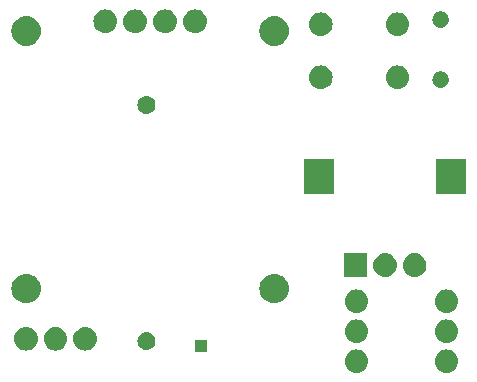
<source format=gbs>
%TF.GenerationSoftware,KiCad,Pcbnew,7.0.10*%
%TF.CreationDate,2024-03-16T13:48:46+09:00*%
%TF.ProjectId,damecan,64616d65-6361-46e2-9e6b-696361645f70,rev?*%
%TF.SameCoordinates,Original*%
%TF.FileFunction,Soldermask,Bot*%
%TF.FilePolarity,Negative*%
%FSLAX46Y46*%
G04 Gerber Fmt 4.6, Leading zero omitted, Abs format (unit mm)*
G04 Created by KiCad (PCBNEW 7.0.10) date 2024-03-16 13:48:46*
%MOMM*%
%LPD*%
G01*
G04 APERTURE LIST*
G04 APERTURE END LIST*
G36*
X186275090Y-97199215D02*
G01*
X186462683Y-97256120D01*
X186635570Y-97348530D01*
X186787107Y-97472893D01*
X186911470Y-97624430D01*
X187003880Y-97797317D01*
X187060785Y-97984910D01*
X187080000Y-98180000D01*
X187060785Y-98375090D01*
X187003880Y-98562683D01*
X186911470Y-98735570D01*
X186787107Y-98887107D01*
X186635570Y-99011470D01*
X186462683Y-99103880D01*
X186275090Y-99160785D01*
X186080000Y-99180000D01*
X185884910Y-99160785D01*
X185697317Y-99103880D01*
X185524430Y-99011470D01*
X185372893Y-98887107D01*
X185248530Y-98735570D01*
X185156120Y-98562683D01*
X185099215Y-98375090D01*
X185080000Y-98180000D01*
X185099215Y-97984910D01*
X185156120Y-97797317D01*
X185248530Y-97624430D01*
X185372893Y-97472893D01*
X185524430Y-97348530D01*
X185697317Y-97256120D01*
X185884910Y-97199215D01*
X186080000Y-97180000D01*
X186275090Y-97199215D01*
G37*
G36*
X193895090Y-97199215D02*
G01*
X194082683Y-97256120D01*
X194255570Y-97348530D01*
X194407107Y-97472893D01*
X194531470Y-97624430D01*
X194623880Y-97797317D01*
X194680785Y-97984910D01*
X194700000Y-98180000D01*
X194680785Y-98375090D01*
X194623880Y-98562683D01*
X194531470Y-98735570D01*
X194407107Y-98887107D01*
X194255570Y-99011470D01*
X194082683Y-99103880D01*
X193895090Y-99160785D01*
X193700000Y-99180000D01*
X193504910Y-99160785D01*
X193317317Y-99103880D01*
X193144430Y-99011470D01*
X192992893Y-98887107D01*
X192868530Y-98735570D01*
X192776120Y-98562683D01*
X192719215Y-98375090D01*
X192700000Y-98180000D01*
X192719215Y-97984910D01*
X192776120Y-97797317D01*
X192868530Y-97624430D01*
X192992893Y-97472893D01*
X193144430Y-97348530D01*
X193317317Y-97256120D01*
X193504910Y-97199215D01*
X193700000Y-97180000D01*
X193895090Y-97199215D01*
G37*
G36*
X173400000Y-97400000D02*
G01*
X172400000Y-97400000D01*
X172400000Y-96400000D01*
X173400000Y-96400000D01*
X173400000Y-97400000D01*
G37*
G36*
X158295090Y-95319215D02*
G01*
X158482683Y-95376120D01*
X158655570Y-95468530D01*
X158807107Y-95592893D01*
X158931470Y-95744430D01*
X159023880Y-95917317D01*
X159080785Y-96104910D01*
X159100000Y-96300000D01*
X159080785Y-96495090D01*
X159023880Y-96682683D01*
X158931470Y-96855570D01*
X158807107Y-97007107D01*
X158655570Y-97131470D01*
X158482683Y-97223880D01*
X158295090Y-97280785D01*
X158100000Y-97300000D01*
X157904910Y-97280785D01*
X157717317Y-97223880D01*
X157544430Y-97131470D01*
X157392893Y-97007107D01*
X157268530Y-96855570D01*
X157176120Y-96682683D01*
X157119215Y-96495090D01*
X157100000Y-96300000D01*
X157119215Y-96104910D01*
X157176120Y-95917317D01*
X157268530Y-95744430D01*
X157392893Y-95592893D01*
X157544430Y-95468530D01*
X157717317Y-95376120D01*
X157904910Y-95319215D01*
X158100000Y-95300000D01*
X158295090Y-95319215D01*
G37*
G36*
X160795090Y-95319215D02*
G01*
X160982683Y-95376120D01*
X161155570Y-95468530D01*
X161307107Y-95592893D01*
X161431470Y-95744430D01*
X161523880Y-95917317D01*
X161580785Y-96104910D01*
X161600000Y-96300000D01*
X161580785Y-96495090D01*
X161523880Y-96682683D01*
X161431470Y-96855570D01*
X161307107Y-97007107D01*
X161155570Y-97131470D01*
X160982683Y-97223880D01*
X160795090Y-97280785D01*
X160600000Y-97300000D01*
X160404910Y-97280785D01*
X160217317Y-97223880D01*
X160044430Y-97131470D01*
X159892893Y-97007107D01*
X159768530Y-96855570D01*
X159676120Y-96682683D01*
X159619215Y-96495090D01*
X159600000Y-96300000D01*
X159619215Y-96104910D01*
X159676120Y-95917317D01*
X159768530Y-95744430D01*
X159892893Y-95592893D01*
X160044430Y-95468530D01*
X160217317Y-95376120D01*
X160404910Y-95319215D01*
X160600000Y-95300000D01*
X160795090Y-95319215D01*
G37*
G36*
X163295090Y-95319215D02*
G01*
X163482683Y-95376120D01*
X163655570Y-95468530D01*
X163807107Y-95592893D01*
X163931470Y-95744430D01*
X164023880Y-95917317D01*
X164080785Y-96104910D01*
X164100000Y-96300000D01*
X164080785Y-96495090D01*
X164023880Y-96682683D01*
X163931470Y-96855570D01*
X163807107Y-97007107D01*
X163655570Y-97131470D01*
X163482683Y-97223880D01*
X163295090Y-97280785D01*
X163100000Y-97300000D01*
X162904910Y-97280785D01*
X162717317Y-97223880D01*
X162544430Y-97131470D01*
X162392893Y-97007107D01*
X162268530Y-96855570D01*
X162176120Y-96682683D01*
X162119215Y-96495090D01*
X162100000Y-96300000D01*
X162119215Y-96104910D01*
X162176120Y-95917317D01*
X162268530Y-95744430D01*
X162392893Y-95592893D01*
X162544430Y-95468530D01*
X162717317Y-95376120D01*
X162904910Y-95319215D01*
X163100000Y-95300000D01*
X163295090Y-95319215D01*
G37*
G36*
X168469561Y-95757105D02*
G01*
X168630619Y-95813462D01*
X168775099Y-95904244D01*
X168895756Y-96024901D01*
X168986538Y-96169381D01*
X169042895Y-96330439D01*
X169062000Y-96500000D01*
X169042895Y-96669561D01*
X168986538Y-96830619D01*
X168895756Y-96975099D01*
X168775099Y-97095756D01*
X168630619Y-97186538D01*
X168469561Y-97242895D01*
X168300000Y-97262000D01*
X168130439Y-97242895D01*
X167969381Y-97186538D01*
X167824901Y-97095756D01*
X167704244Y-96975099D01*
X167613462Y-96830619D01*
X167557105Y-96669561D01*
X167538000Y-96500000D01*
X167557105Y-96330439D01*
X167613462Y-96169381D01*
X167704244Y-96024901D01*
X167824901Y-95904244D01*
X167969381Y-95813462D01*
X168130439Y-95757105D01*
X168300000Y-95738000D01*
X168469561Y-95757105D01*
G37*
G36*
X186275090Y-94659215D02*
G01*
X186462683Y-94716120D01*
X186635570Y-94808530D01*
X186787107Y-94932893D01*
X186911470Y-95084430D01*
X187003880Y-95257317D01*
X187060785Y-95444910D01*
X187080000Y-95640000D01*
X187060785Y-95835090D01*
X187003880Y-96022683D01*
X186911470Y-96195570D01*
X186787107Y-96347107D01*
X186635570Y-96471470D01*
X186462683Y-96563880D01*
X186275090Y-96620785D01*
X186080000Y-96640000D01*
X185884910Y-96620785D01*
X185697317Y-96563880D01*
X185524430Y-96471470D01*
X185372893Y-96347107D01*
X185248530Y-96195570D01*
X185156120Y-96022683D01*
X185099215Y-95835090D01*
X185080000Y-95640000D01*
X185099215Y-95444910D01*
X185156120Y-95257317D01*
X185248530Y-95084430D01*
X185372893Y-94932893D01*
X185524430Y-94808530D01*
X185697317Y-94716120D01*
X185884910Y-94659215D01*
X186080000Y-94640000D01*
X186275090Y-94659215D01*
G37*
G36*
X193895090Y-94659215D02*
G01*
X194082683Y-94716120D01*
X194255570Y-94808530D01*
X194407107Y-94932893D01*
X194531470Y-95084430D01*
X194623880Y-95257317D01*
X194680785Y-95444910D01*
X194700000Y-95640000D01*
X194680785Y-95835090D01*
X194623880Y-96022683D01*
X194531470Y-96195570D01*
X194407107Y-96347107D01*
X194255570Y-96471470D01*
X194082683Y-96563880D01*
X193895090Y-96620785D01*
X193700000Y-96640000D01*
X193504910Y-96620785D01*
X193317317Y-96563880D01*
X193144430Y-96471470D01*
X192992893Y-96347107D01*
X192868530Y-96195570D01*
X192776120Y-96022683D01*
X192719215Y-95835090D01*
X192700000Y-95640000D01*
X192719215Y-95444910D01*
X192776120Y-95257317D01*
X192868530Y-95084430D01*
X192992893Y-94932893D01*
X193144430Y-94808530D01*
X193317317Y-94716120D01*
X193504910Y-94659215D01*
X193700000Y-94640000D01*
X193895090Y-94659215D01*
G37*
G36*
X186275090Y-92119215D02*
G01*
X186462683Y-92176120D01*
X186635570Y-92268530D01*
X186787107Y-92392893D01*
X186911470Y-92544430D01*
X187003880Y-92717317D01*
X187060785Y-92904910D01*
X187080000Y-93100000D01*
X187060785Y-93295090D01*
X187003880Y-93482683D01*
X186911470Y-93655570D01*
X186787107Y-93807107D01*
X186635570Y-93931470D01*
X186462683Y-94023880D01*
X186275090Y-94080785D01*
X186080000Y-94100000D01*
X185884910Y-94080785D01*
X185697317Y-94023880D01*
X185524430Y-93931470D01*
X185372893Y-93807107D01*
X185248530Y-93655570D01*
X185156120Y-93482683D01*
X185099215Y-93295090D01*
X185080000Y-93100000D01*
X185099215Y-92904910D01*
X185156120Y-92717317D01*
X185248530Y-92544430D01*
X185372893Y-92392893D01*
X185524430Y-92268530D01*
X185697317Y-92176120D01*
X185884910Y-92119215D01*
X186080000Y-92100000D01*
X186275090Y-92119215D01*
G37*
G36*
X193895090Y-92119215D02*
G01*
X194082683Y-92176120D01*
X194255570Y-92268530D01*
X194407107Y-92392893D01*
X194531470Y-92544430D01*
X194623880Y-92717317D01*
X194680785Y-92904910D01*
X194700000Y-93100000D01*
X194680785Y-93295090D01*
X194623880Y-93482683D01*
X194531470Y-93655570D01*
X194407107Y-93807107D01*
X194255570Y-93931470D01*
X194082683Y-94023880D01*
X193895090Y-94080785D01*
X193700000Y-94100000D01*
X193504910Y-94080785D01*
X193317317Y-94023880D01*
X193144430Y-93931470D01*
X192992893Y-93807107D01*
X192868530Y-93655570D01*
X192776120Y-93482683D01*
X192719215Y-93295090D01*
X192700000Y-93100000D01*
X192719215Y-92904910D01*
X192776120Y-92717317D01*
X192868530Y-92544430D01*
X192992893Y-92392893D01*
X193144430Y-92268530D01*
X193317317Y-92176120D01*
X193504910Y-92119215D01*
X193700000Y-92100000D01*
X193895090Y-92119215D01*
G37*
G36*
X158327060Y-90798990D02*
G01*
X158537525Y-90855384D01*
X158735000Y-90947468D01*
X158913485Y-91072444D01*
X159067556Y-91226515D01*
X159192532Y-91405000D01*
X159284616Y-91602475D01*
X159341010Y-91812940D01*
X159360000Y-92030000D01*
X159341010Y-92247060D01*
X159284616Y-92457525D01*
X159192532Y-92655000D01*
X159067556Y-92833485D01*
X158913485Y-92987556D01*
X158735000Y-93112532D01*
X158537525Y-93204616D01*
X158327060Y-93261010D01*
X158110000Y-93280000D01*
X157892940Y-93261010D01*
X157682475Y-93204616D01*
X157485000Y-93112532D01*
X157306515Y-92987556D01*
X157152444Y-92833485D01*
X157027468Y-92655000D01*
X156935384Y-92457525D01*
X156878990Y-92247060D01*
X156860000Y-92030000D01*
X156878990Y-91812940D01*
X156935384Y-91602475D01*
X157027468Y-91405000D01*
X157152444Y-91226515D01*
X157306515Y-91072444D01*
X157485000Y-90947468D01*
X157682475Y-90855384D01*
X157892940Y-90798990D01*
X158110000Y-90780000D01*
X158327060Y-90798990D01*
G37*
G36*
X179327060Y-90798990D02*
G01*
X179537525Y-90855384D01*
X179735000Y-90947468D01*
X179913485Y-91072444D01*
X180067556Y-91226515D01*
X180192532Y-91405000D01*
X180284616Y-91602475D01*
X180341010Y-91812940D01*
X180360000Y-92030000D01*
X180341010Y-92247060D01*
X180284616Y-92457525D01*
X180192532Y-92655000D01*
X180067556Y-92833485D01*
X179913485Y-92987556D01*
X179735000Y-93112532D01*
X179537525Y-93204616D01*
X179327060Y-93261010D01*
X179110000Y-93280000D01*
X178892940Y-93261010D01*
X178682475Y-93204616D01*
X178485000Y-93112532D01*
X178306515Y-92987556D01*
X178152444Y-92833485D01*
X178027468Y-92655000D01*
X177935384Y-92457525D01*
X177878990Y-92247060D01*
X177860000Y-92030000D01*
X177878990Y-91812940D01*
X177935384Y-91602475D01*
X178027468Y-91405000D01*
X178152444Y-91226515D01*
X178306515Y-91072444D01*
X178485000Y-90947468D01*
X178682475Y-90855384D01*
X178892940Y-90798990D01*
X179110000Y-90780000D01*
X179327060Y-90798990D01*
G37*
G36*
X187000000Y-91050000D02*
G01*
X185000000Y-91050000D01*
X185000000Y-89050000D01*
X187000000Y-89050000D01*
X187000000Y-91050000D01*
G37*
G36*
X188695090Y-89069215D02*
G01*
X188882683Y-89126120D01*
X189055570Y-89218530D01*
X189207107Y-89342893D01*
X189331470Y-89494430D01*
X189423880Y-89667317D01*
X189480785Y-89854910D01*
X189500000Y-90050000D01*
X189480785Y-90245090D01*
X189423880Y-90432683D01*
X189331470Y-90605570D01*
X189207107Y-90757107D01*
X189055570Y-90881470D01*
X188882683Y-90973880D01*
X188695090Y-91030785D01*
X188500000Y-91050000D01*
X188304910Y-91030785D01*
X188117317Y-90973880D01*
X187944430Y-90881470D01*
X187792893Y-90757107D01*
X187668530Y-90605570D01*
X187576120Y-90432683D01*
X187519215Y-90245090D01*
X187500000Y-90050000D01*
X187519215Y-89854910D01*
X187576120Y-89667317D01*
X187668530Y-89494430D01*
X187792893Y-89342893D01*
X187944430Y-89218530D01*
X188117317Y-89126120D01*
X188304910Y-89069215D01*
X188500000Y-89050000D01*
X188695090Y-89069215D01*
G37*
G36*
X191195090Y-89069215D02*
G01*
X191382683Y-89126120D01*
X191555570Y-89218530D01*
X191707107Y-89342893D01*
X191831470Y-89494430D01*
X191923880Y-89667317D01*
X191980785Y-89854910D01*
X192000000Y-90050000D01*
X191980785Y-90245090D01*
X191923880Y-90432683D01*
X191831470Y-90605570D01*
X191707107Y-90757107D01*
X191555570Y-90881470D01*
X191382683Y-90973880D01*
X191195090Y-91030785D01*
X191000000Y-91050000D01*
X190804910Y-91030785D01*
X190617317Y-90973880D01*
X190444430Y-90881470D01*
X190292893Y-90757107D01*
X190168530Y-90605570D01*
X190076120Y-90432683D01*
X190019215Y-90245090D01*
X190000000Y-90050000D01*
X190019215Y-89854910D01*
X190076120Y-89667317D01*
X190168530Y-89494430D01*
X190292893Y-89342893D01*
X190444430Y-89218530D01*
X190617317Y-89126120D01*
X190804910Y-89069215D01*
X191000000Y-89050000D01*
X191195090Y-89069215D01*
G37*
G36*
X184150000Y-84050000D02*
G01*
X181650000Y-84050000D01*
X181650000Y-81050000D01*
X184150000Y-81050000D01*
X184150000Y-84050000D01*
G37*
G36*
X195350000Y-84050000D02*
G01*
X192850000Y-84050000D01*
X192850000Y-81050000D01*
X195350000Y-81050000D01*
X195350000Y-84050000D01*
G37*
G36*
X168469561Y-75757105D02*
G01*
X168630619Y-75813462D01*
X168775099Y-75904244D01*
X168895756Y-76024901D01*
X168986538Y-76169381D01*
X169042895Y-76330439D01*
X169062000Y-76500000D01*
X169042895Y-76669561D01*
X168986538Y-76830619D01*
X168895756Y-76975099D01*
X168775099Y-77095756D01*
X168630619Y-77186538D01*
X168469561Y-77242895D01*
X168300000Y-77262000D01*
X168130439Y-77242895D01*
X167969381Y-77186538D01*
X167824901Y-77095756D01*
X167704244Y-76975099D01*
X167613462Y-76830619D01*
X167557105Y-76669561D01*
X167538000Y-76500000D01*
X167557105Y-76330439D01*
X167613462Y-76169381D01*
X167704244Y-76024901D01*
X167824901Y-75904244D01*
X167969381Y-75813462D01*
X168130439Y-75757105D01*
X168300000Y-75738000D01*
X168469561Y-75757105D01*
G37*
G36*
X183245090Y-73169215D02*
G01*
X183432683Y-73226120D01*
X183605570Y-73318530D01*
X183757107Y-73442893D01*
X183881470Y-73594430D01*
X183973880Y-73767317D01*
X184030785Y-73954910D01*
X184050000Y-74150000D01*
X184030785Y-74345090D01*
X183973880Y-74532683D01*
X183881470Y-74705570D01*
X183757107Y-74857107D01*
X183605570Y-74981470D01*
X183432683Y-75073880D01*
X183245090Y-75130785D01*
X183050000Y-75150000D01*
X182854910Y-75130785D01*
X182667317Y-75073880D01*
X182494430Y-74981470D01*
X182342893Y-74857107D01*
X182218530Y-74705570D01*
X182126120Y-74532683D01*
X182069215Y-74345090D01*
X182050000Y-74150000D01*
X182069215Y-73954910D01*
X182126120Y-73767317D01*
X182218530Y-73594430D01*
X182342893Y-73442893D01*
X182494430Y-73318530D01*
X182667317Y-73226120D01*
X182854910Y-73169215D01*
X183050000Y-73150000D01*
X183245090Y-73169215D01*
G37*
G36*
X189745090Y-73169215D02*
G01*
X189932683Y-73226120D01*
X190105570Y-73318530D01*
X190257107Y-73442893D01*
X190381470Y-73594430D01*
X190473880Y-73767317D01*
X190530785Y-73954910D01*
X190550000Y-74150000D01*
X190530785Y-74345090D01*
X190473880Y-74532683D01*
X190381470Y-74705570D01*
X190257107Y-74857107D01*
X190105570Y-74981470D01*
X189932683Y-75073880D01*
X189745090Y-75130785D01*
X189550000Y-75150000D01*
X189354910Y-75130785D01*
X189167317Y-75073880D01*
X188994430Y-74981470D01*
X188842893Y-74857107D01*
X188718530Y-74705570D01*
X188626120Y-74532683D01*
X188569215Y-74345090D01*
X188550000Y-74150000D01*
X188569215Y-73954910D01*
X188626120Y-73767317D01*
X188718530Y-73594430D01*
X188842893Y-73442893D01*
X188994430Y-73318530D01*
X189167317Y-73226120D01*
X189354910Y-73169215D01*
X189550000Y-73150000D01*
X189745090Y-73169215D01*
G37*
G36*
X193242449Y-73645104D02*
G01*
X193284376Y-73645104D01*
X193319681Y-73653806D01*
X193355695Y-73657864D01*
X193402284Y-73674165D01*
X193448223Y-73685489D01*
X193475385Y-73699744D01*
X193503576Y-73709609D01*
X193551216Y-73739543D01*
X193597645Y-73763911D01*
X193616303Y-73780440D01*
X193636245Y-73792971D01*
X193681269Y-73837995D01*
X193723958Y-73875814D01*
X193734810Y-73891536D01*
X193747028Y-73903754D01*
X193785446Y-73964896D01*
X193819819Y-74014694D01*
X193824511Y-74027068D01*
X193830390Y-74036423D01*
X193858180Y-74115844D01*
X193879659Y-74172479D01*
X193880542Y-74179751D01*
X193882135Y-74184304D01*
X193895531Y-74303195D01*
X193900000Y-74340000D01*
X193895530Y-74376807D01*
X193882135Y-74495695D01*
X193880542Y-74500246D01*
X193879659Y-74507521D01*
X193858175Y-74564167D01*
X193830390Y-74643576D01*
X193824512Y-74652929D01*
X193819819Y-74665306D01*
X193785439Y-74715113D01*
X193747028Y-74776245D01*
X193734812Y-74788460D01*
X193723958Y-74804186D01*
X193681260Y-74842012D01*
X193636245Y-74887028D01*
X193616307Y-74899555D01*
X193597645Y-74916089D01*
X193551206Y-74940461D01*
X193503576Y-74970390D01*
X193475391Y-74980252D01*
X193448223Y-74994511D01*
X193402274Y-75005836D01*
X193355695Y-75022135D01*
X193319689Y-75026191D01*
X193284376Y-75034896D01*
X193242440Y-75034896D01*
X193200000Y-75039678D01*
X193157559Y-75034896D01*
X193115624Y-75034896D01*
X193080311Y-75026192D01*
X193044304Y-75022135D01*
X192997722Y-75005835D01*
X192951777Y-74994511D01*
X192924610Y-74980253D01*
X192896423Y-74970390D01*
X192848787Y-74940458D01*
X192802355Y-74916089D01*
X192783695Y-74899558D01*
X192763754Y-74887028D01*
X192718730Y-74842004D01*
X192676042Y-74804186D01*
X192665189Y-74788463D01*
X192652971Y-74776245D01*
X192614548Y-74715097D01*
X192580181Y-74665306D01*
X192575488Y-74652933D01*
X192569609Y-74643576D01*
X192541811Y-74564133D01*
X192520341Y-74507521D01*
X192519458Y-74500251D01*
X192517864Y-74495695D01*
X192504455Y-74376693D01*
X192500000Y-74340000D01*
X192504455Y-74303309D01*
X192517864Y-74184304D01*
X192519458Y-74179747D01*
X192520341Y-74172479D01*
X192541806Y-74115878D01*
X192569609Y-74036423D01*
X192575489Y-74027064D01*
X192580181Y-74014694D01*
X192614541Y-73964913D01*
X192652971Y-73903754D01*
X192665192Y-73891532D01*
X192676042Y-73875814D01*
X192718721Y-73838003D01*
X192763754Y-73792971D01*
X192783699Y-73780438D01*
X192802355Y-73763911D01*
X192848777Y-73739546D01*
X192896423Y-73709609D01*
X192924616Y-73699743D01*
X192951777Y-73685489D01*
X192997712Y-73674166D01*
X193044304Y-73657864D01*
X193080318Y-73653806D01*
X193115624Y-73645104D01*
X193157550Y-73645104D01*
X193200000Y-73640321D01*
X193242449Y-73645104D01*
G37*
G36*
X158327060Y-68998990D02*
G01*
X158537525Y-69055384D01*
X158735000Y-69147468D01*
X158913485Y-69272444D01*
X159067556Y-69426515D01*
X159192532Y-69605000D01*
X159284616Y-69802475D01*
X159341010Y-70012940D01*
X159360000Y-70230000D01*
X159341010Y-70447060D01*
X159284616Y-70657525D01*
X159192532Y-70855000D01*
X159067556Y-71033485D01*
X158913485Y-71187556D01*
X158735000Y-71312532D01*
X158537525Y-71404616D01*
X158327060Y-71461010D01*
X158110000Y-71480000D01*
X157892940Y-71461010D01*
X157682475Y-71404616D01*
X157485000Y-71312532D01*
X157306515Y-71187556D01*
X157152444Y-71033485D01*
X157027468Y-70855000D01*
X156935384Y-70657525D01*
X156878990Y-70447060D01*
X156860000Y-70230000D01*
X156878990Y-70012940D01*
X156935384Y-69802475D01*
X157027468Y-69605000D01*
X157152444Y-69426515D01*
X157306515Y-69272444D01*
X157485000Y-69147468D01*
X157682475Y-69055384D01*
X157892940Y-68998990D01*
X158110000Y-68980000D01*
X158327060Y-68998990D01*
G37*
G36*
X179327060Y-68998990D02*
G01*
X179537525Y-69055384D01*
X179735000Y-69147468D01*
X179913485Y-69272444D01*
X180067556Y-69426515D01*
X180192532Y-69605000D01*
X180284616Y-69802475D01*
X180341010Y-70012940D01*
X180360000Y-70230000D01*
X180341010Y-70447060D01*
X180284616Y-70657525D01*
X180192532Y-70855000D01*
X180067556Y-71033485D01*
X179913485Y-71187556D01*
X179735000Y-71312532D01*
X179537525Y-71404616D01*
X179327060Y-71461010D01*
X179110000Y-71480000D01*
X178892940Y-71461010D01*
X178682475Y-71404616D01*
X178485000Y-71312532D01*
X178306515Y-71187556D01*
X178152444Y-71033485D01*
X178027468Y-70855000D01*
X177935384Y-70657525D01*
X177878990Y-70447060D01*
X177860000Y-70230000D01*
X177878990Y-70012940D01*
X177935384Y-69802475D01*
X178027468Y-69605000D01*
X178152444Y-69426515D01*
X178306515Y-69272444D01*
X178485000Y-69147468D01*
X178682475Y-69055384D01*
X178892940Y-68998990D01*
X179110000Y-68980000D01*
X179327060Y-68998990D01*
G37*
G36*
X183245090Y-68669215D02*
G01*
X183432683Y-68726120D01*
X183605570Y-68818530D01*
X183757107Y-68942893D01*
X183881470Y-69094430D01*
X183973880Y-69267317D01*
X184030785Y-69454910D01*
X184050000Y-69650000D01*
X184030785Y-69845090D01*
X183973880Y-70032683D01*
X183881470Y-70205570D01*
X183757107Y-70357107D01*
X183605570Y-70481470D01*
X183432683Y-70573880D01*
X183245090Y-70630785D01*
X183050000Y-70650000D01*
X182854910Y-70630785D01*
X182667317Y-70573880D01*
X182494430Y-70481470D01*
X182342893Y-70357107D01*
X182218530Y-70205570D01*
X182126120Y-70032683D01*
X182069215Y-69845090D01*
X182050000Y-69650000D01*
X182069215Y-69454910D01*
X182126120Y-69267317D01*
X182218530Y-69094430D01*
X182342893Y-68942893D01*
X182494430Y-68818530D01*
X182667317Y-68726120D01*
X182854910Y-68669215D01*
X183050000Y-68650000D01*
X183245090Y-68669215D01*
G37*
G36*
X189745090Y-68669215D02*
G01*
X189932683Y-68726120D01*
X190105570Y-68818530D01*
X190257107Y-68942893D01*
X190381470Y-69094430D01*
X190473880Y-69267317D01*
X190530785Y-69454910D01*
X190550000Y-69650000D01*
X190530785Y-69845090D01*
X190473880Y-70032683D01*
X190381470Y-70205570D01*
X190257107Y-70357107D01*
X190105570Y-70481470D01*
X189932683Y-70573880D01*
X189745090Y-70630785D01*
X189550000Y-70650000D01*
X189354910Y-70630785D01*
X189167317Y-70573880D01*
X188994430Y-70481470D01*
X188842893Y-70357107D01*
X188718530Y-70205570D01*
X188626120Y-70032683D01*
X188569215Y-69845090D01*
X188550000Y-69650000D01*
X188569215Y-69454910D01*
X188626120Y-69267317D01*
X188718530Y-69094430D01*
X188842893Y-68942893D01*
X188994430Y-68818530D01*
X189167317Y-68726120D01*
X189354910Y-68669215D01*
X189550000Y-68650000D01*
X189745090Y-68669215D01*
G37*
G36*
X164995090Y-68419215D02*
G01*
X165182683Y-68476120D01*
X165355570Y-68568530D01*
X165507107Y-68692893D01*
X165631470Y-68844430D01*
X165723880Y-69017317D01*
X165780785Y-69204910D01*
X165800000Y-69400000D01*
X165780785Y-69595090D01*
X165723880Y-69782683D01*
X165631470Y-69955570D01*
X165507107Y-70107107D01*
X165355570Y-70231470D01*
X165182683Y-70323880D01*
X164995090Y-70380785D01*
X164800000Y-70400000D01*
X164604910Y-70380785D01*
X164417317Y-70323880D01*
X164244430Y-70231470D01*
X164092893Y-70107107D01*
X163968530Y-69955570D01*
X163876120Y-69782683D01*
X163819215Y-69595090D01*
X163800000Y-69400000D01*
X163819215Y-69204910D01*
X163876120Y-69017317D01*
X163968530Y-68844430D01*
X164092893Y-68692893D01*
X164244430Y-68568530D01*
X164417317Y-68476120D01*
X164604910Y-68419215D01*
X164800000Y-68400000D01*
X164995090Y-68419215D01*
G37*
G36*
X167525090Y-68419215D02*
G01*
X167712683Y-68476120D01*
X167885570Y-68568530D01*
X168037107Y-68692893D01*
X168161470Y-68844430D01*
X168253880Y-69017317D01*
X168310785Y-69204910D01*
X168330000Y-69400000D01*
X168310785Y-69595090D01*
X168253880Y-69782683D01*
X168161470Y-69955570D01*
X168037107Y-70107107D01*
X167885570Y-70231470D01*
X167712683Y-70323880D01*
X167525090Y-70380785D01*
X167330000Y-70400000D01*
X167134910Y-70380785D01*
X166947317Y-70323880D01*
X166774430Y-70231470D01*
X166622893Y-70107107D01*
X166498530Y-69955570D01*
X166406120Y-69782683D01*
X166349215Y-69595090D01*
X166330000Y-69400000D01*
X166349215Y-69204910D01*
X166406120Y-69017317D01*
X166498530Y-68844430D01*
X166622893Y-68692893D01*
X166774430Y-68568530D01*
X166947317Y-68476120D01*
X167134910Y-68419215D01*
X167330000Y-68400000D01*
X167525090Y-68419215D01*
G37*
G36*
X170065090Y-68419215D02*
G01*
X170252683Y-68476120D01*
X170425570Y-68568530D01*
X170577107Y-68692893D01*
X170701470Y-68844430D01*
X170793880Y-69017317D01*
X170850785Y-69204910D01*
X170870000Y-69400000D01*
X170850785Y-69595090D01*
X170793880Y-69782683D01*
X170701470Y-69955570D01*
X170577107Y-70107107D01*
X170425570Y-70231470D01*
X170252683Y-70323880D01*
X170065090Y-70380785D01*
X169870000Y-70400000D01*
X169674910Y-70380785D01*
X169487317Y-70323880D01*
X169314430Y-70231470D01*
X169162893Y-70107107D01*
X169038530Y-69955570D01*
X168946120Y-69782683D01*
X168889215Y-69595090D01*
X168870000Y-69400000D01*
X168889215Y-69204910D01*
X168946120Y-69017317D01*
X169038530Y-68844430D01*
X169162893Y-68692893D01*
X169314430Y-68568530D01*
X169487317Y-68476120D01*
X169674910Y-68419215D01*
X169870000Y-68400000D01*
X170065090Y-68419215D01*
G37*
G36*
X172605090Y-68419215D02*
G01*
X172792683Y-68476120D01*
X172965570Y-68568530D01*
X173117107Y-68692893D01*
X173241470Y-68844430D01*
X173333880Y-69017317D01*
X173390785Y-69204910D01*
X173410000Y-69400000D01*
X173390785Y-69595090D01*
X173333880Y-69782683D01*
X173241470Y-69955570D01*
X173117107Y-70107107D01*
X172965570Y-70231470D01*
X172792683Y-70323880D01*
X172605090Y-70380785D01*
X172410000Y-70400000D01*
X172214910Y-70380785D01*
X172027317Y-70323880D01*
X171854430Y-70231470D01*
X171702893Y-70107107D01*
X171578530Y-69955570D01*
X171486120Y-69782683D01*
X171429215Y-69595090D01*
X171410000Y-69400000D01*
X171429215Y-69204910D01*
X171486120Y-69017317D01*
X171578530Y-68844430D01*
X171702893Y-68692893D01*
X171854430Y-68568530D01*
X172027317Y-68476120D01*
X172214910Y-68419215D01*
X172410000Y-68400000D01*
X172605090Y-68419215D01*
G37*
G36*
X193242449Y-68565104D02*
G01*
X193284376Y-68565104D01*
X193319681Y-68573806D01*
X193355695Y-68577864D01*
X193402284Y-68594165D01*
X193448223Y-68605489D01*
X193475385Y-68619744D01*
X193503576Y-68629609D01*
X193551216Y-68659543D01*
X193597645Y-68683911D01*
X193616303Y-68700440D01*
X193636245Y-68712971D01*
X193681269Y-68757995D01*
X193723958Y-68795814D01*
X193734810Y-68811536D01*
X193747028Y-68823754D01*
X193785446Y-68884896D01*
X193819819Y-68934694D01*
X193824511Y-68947068D01*
X193830390Y-68956423D01*
X193858180Y-69035844D01*
X193879659Y-69092479D01*
X193880542Y-69099751D01*
X193882135Y-69104304D01*
X193895531Y-69223195D01*
X193900000Y-69260000D01*
X193895530Y-69296807D01*
X193882135Y-69415695D01*
X193880542Y-69420246D01*
X193879659Y-69427521D01*
X193858175Y-69484167D01*
X193830390Y-69563576D01*
X193824512Y-69572929D01*
X193819819Y-69585306D01*
X193785439Y-69635113D01*
X193747028Y-69696245D01*
X193734812Y-69708460D01*
X193723958Y-69724186D01*
X193681260Y-69762012D01*
X193636245Y-69807028D01*
X193616307Y-69819555D01*
X193597645Y-69836089D01*
X193551206Y-69860461D01*
X193503576Y-69890390D01*
X193475391Y-69900252D01*
X193448223Y-69914511D01*
X193402274Y-69925836D01*
X193355695Y-69942135D01*
X193319689Y-69946191D01*
X193284376Y-69954896D01*
X193242440Y-69954896D01*
X193200000Y-69959678D01*
X193157559Y-69954896D01*
X193115624Y-69954896D01*
X193080311Y-69946192D01*
X193044304Y-69942135D01*
X192997722Y-69925835D01*
X192951777Y-69914511D01*
X192924610Y-69900253D01*
X192896423Y-69890390D01*
X192848787Y-69860458D01*
X192802355Y-69836089D01*
X192783695Y-69819558D01*
X192763754Y-69807028D01*
X192718730Y-69762004D01*
X192676042Y-69724186D01*
X192665189Y-69708463D01*
X192652971Y-69696245D01*
X192614548Y-69635097D01*
X192580181Y-69585306D01*
X192575488Y-69572933D01*
X192569609Y-69563576D01*
X192541811Y-69484133D01*
X192520341Y-69427521D01*
X192519458Y-69420251D01*
X192517864Y-69415695D01*
X192504455Y-69296693D01*
X192500000Y-69260000D01*
X192504455Y-69223309D01*
X192517864Y-69104304D01*
X192519458Y-69099747D01*
X192520341Y-69092479D01*
X192541806Y-69035878D01*
X192569609Y-68956423D01*
X192575489Y-68947064D01*
X192580181Y-68934694D01*
X192614541Y-68884913D01*
X192652971Y-68823754D01*
X192665192Y-68811532D01*
X192676042Y-68795814D01*
X192718721Y-68758003D01*
X192763754Y-68712971D01*
X192783699Y-68700438D01*
X192802355Y-68683911D01*
X192848777Y-68659546D01*
X192896423Y-68629609D01*
X192924616Y-68619743D01*
X192951777Y-68605489D01*
X192997712Y-68594166D01*
X193044304Y-68577864D01*
X193080318Y-68573806D01*
X193115624Y-68565104D01*
X193157550Y-68565104D01*
X193200000Y-68560321D01*
X193242449Y-68565104D01*
G37*
M02*

</source>
